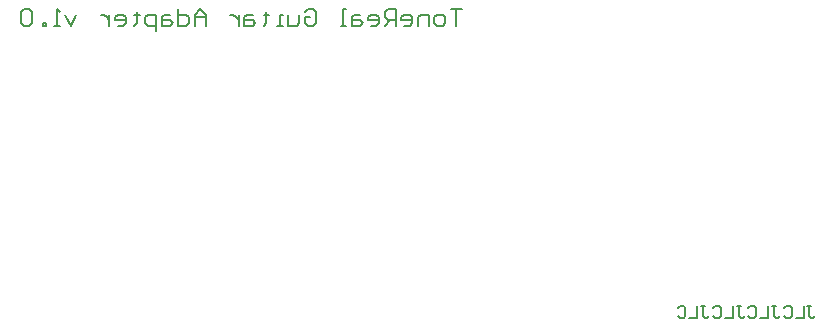
<source format=gbo>
G04*
G04 #@! TF.GenerationSoftware,Altium Limited,Altium Designer,23.3.1 (30)*
G04*
G04 Layer_Color=32896*
%FSLAX44Y44*%
%MOMM*%
G71*
G04*
G04 #@! TF.SameCoordinates,32BE7C2C-7CF3-4A85-95D1-8DFA17E00509*
G04*
G04*
G04 #@! TF.FilePolarity,Positive*
G04*
G01*
G75*
%ADD17C,0.2000*%
D17*
X508500Y265996D02*
X499170D01*
X503835D01*
Y252000D01*
X492172D02*
X487507D01*
X485174Y254333D01*
Y258998D01*
X487507Y261330D01*
X492172D01*
X494505Y258998D01*
Y254333D01*
X492172Y252000D01*
X480509D02*
Y261330D01*
X473511D01*
X471179Y258998D01*
Y252000D01*
X459516D02*
X464181D01*
X466514Y254333D01*
Y258998D01*
X464181Y261330D01*
X459516D01*
X457183Y258998D01*
Y256665D01*
X466514D01*
X452518Y252000D02*
Y265996D01*
X445521D01*
X443188Y263663D01*
Y258998D01*
X445521Y256665D01*
X452518D01*
X447853D02*
X443188Y252000D01*
X431525D02*
X436190D01*
X438523Y254333D01*
Y258998D01*
X436190Y261330D01*
X431525D01*
X429192Y258998D01*
Y256665D01*
X438523D01*
X422195Y261330D02*
X417529D01*
X415197Y258998D01*
Y252000D01*
X422195D01*
X424527Y254333D01*
X422195Y256665D01*
X415197D01*
X410532Y252000D02*
X405867D01*
X408199D01*
Y265996D01*
X410532D01*
X375543Y263663D02*
X377876Y265996D01*
X382541D01*
X384873Y263663D01*
Y254333D01*
X382541Y252000D01*
X377876D01*
X375543Y254333D01*
Y258998D01*
X380208D01*
X370878Y261330D02*
Y254333D01*
X368545Y252000D01*
X361548D01*
Y261330D01*
X356883Y252000D02*
X352217D01*
X354550D01*
Y261330D01*
X356883D01*
X342887Y263663D02*
Y261330D01*
X345220D01*
X340554D01*
X342887D01*
Y254333D01*
X340554Y252000D01*
X331224Y261330D02*
X326559D01*
X324226Y258998D01*
Y252000D01*
X331224D01*
X333557Y254333D01*
X331224Y256665D01*
X324226D01*
X319561Y261330D02*
Y252000D01*
Y256665D01*
X317229Y258998D01*
X314896Y261330D01*
X312563D01*
X291570Y252000D02*
Y261330D01*
X286905Y265996D01*
X282240Y261330D01*
Y252000D01*
Y258998D01*
X291570D01*
X268244Y265996D02*
Y252000D01*
X275242D01*
X277575Y254333D01*
Y258998D01*
X275242Y261330D01*
X268244D01*
X261247D02*
X256582D01*
X254249Y258998D01*
Y252000D01*
X261247D01*
X263579Y254333D01*
X261247Y256665D01*
X254249D01*
X249584Y247335D02*
Y261330D01*
X242586D01*
X240254Y258998D01*
Y254333D01*
X242586Y252000D01*
X249584D01*
X233256Y263663D02*
Y261330D01*
X235588D01*
X230923D01*
X233256D01*
Y254333D01*
X230923Y252000D01*
X216928D02*
X221593D01*
X223925Y254333D01*
Y258998D01*
X221593Y261330D01*
X216928D01*
X214595Y258998D01*
Y256665D01*
X223925D01*
X209930Y261330D02*
Y252000D01*
Y256665D01*
X207597Y258998D01*
X205265Y261330D01*
X202932D01*
X181939D02*
X177274Y252000D01*
X172609Y261330D01*
X167944Y252000D02*
X163278D01*
X165611D01*
Y265996D01*
X167944Y263663D01*
X156281Y252000D02*
Y254333D01*
X153948D01*
Y252000D01*
X156281D01*
X144618Y263663D02*
X142285Y265996D01*
X137620D01*
X135288Y263663D01*
Y254333D01*
X137620Y252000D01*
X142285D01*
X144618Y254333D01*
Y263663D01*
X801086Y14497D02*
X804418D01*
X802752D01*
Y6166D01*
X804418Y4500D01*
X806084D01*
X807750Y6166D01*
X797753Y14497D02*
Y4500D01*
X791089D01*
X781092Y12831D02*
X782758Y14497D01*
X786090D01*
X787757Y12831D01*
Y6166D01*
X786090Y4500D01*
X782758D01*
X781092Y6166D01*
X771095Y14497D02*
X774427D01*
X772761D01*
Y6166D01*
X774427Y4500D01*
X776094D01*
X777760Y6166D01*
X767763Y14497D02*
Y4500D01*
X761098D01*
X751102Y12831D02*
X752768Y14497D01*
X756100D01*
X757766Y12831D01*
Y6166D01*
X756100Y4500D01*
X752768D01*
X751102Y6166D01*
X741105Y14497D02*
X744437D01*
X742771D01*
Y6166D01*
X744437Y4500D01*
X746103D01*
X747769Y6166D01*
X737773Y14497D02*
Y4500D01*
X731108D01*
X721111Y12831D02*
X722777Y14497D01*
X726110D01*
X727776Y12831D01*
Y6166D01*
X726110Y4500D01*
X722777D01*
X721111Y6166D01*
X711115Y14497D02*
X714447D01*
X712781D01*
Y6166D01*
X714447Y4500D01*
X716113D01*
X717779Y6166D01*
X707782Y14497D02*
Y4500D01*
X701118D01*
X691121Y12831D02*
X692787Y14497D01*
X696119D01*
X697785Y12831D01*
Y6166D01*
X696119Y4500D01*
X692787D01*
X691121Y6166D01*
M02*

</source>
